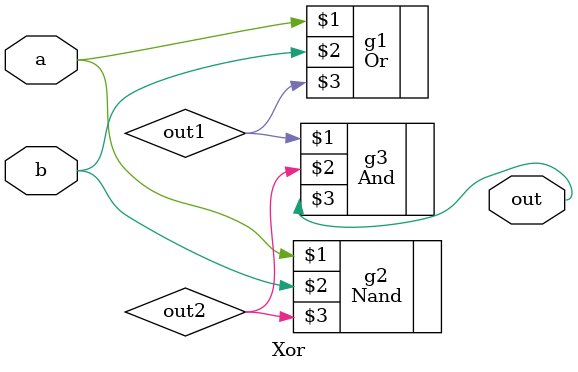
<source format=v>

module Xor(input a, b, output out);
  // your code here
wire out1,out2;
  Or g1(a,b,out1);
  Nand g2(a,b,out2);
  And g3(out1,out2,out);
endmodule

</source>
